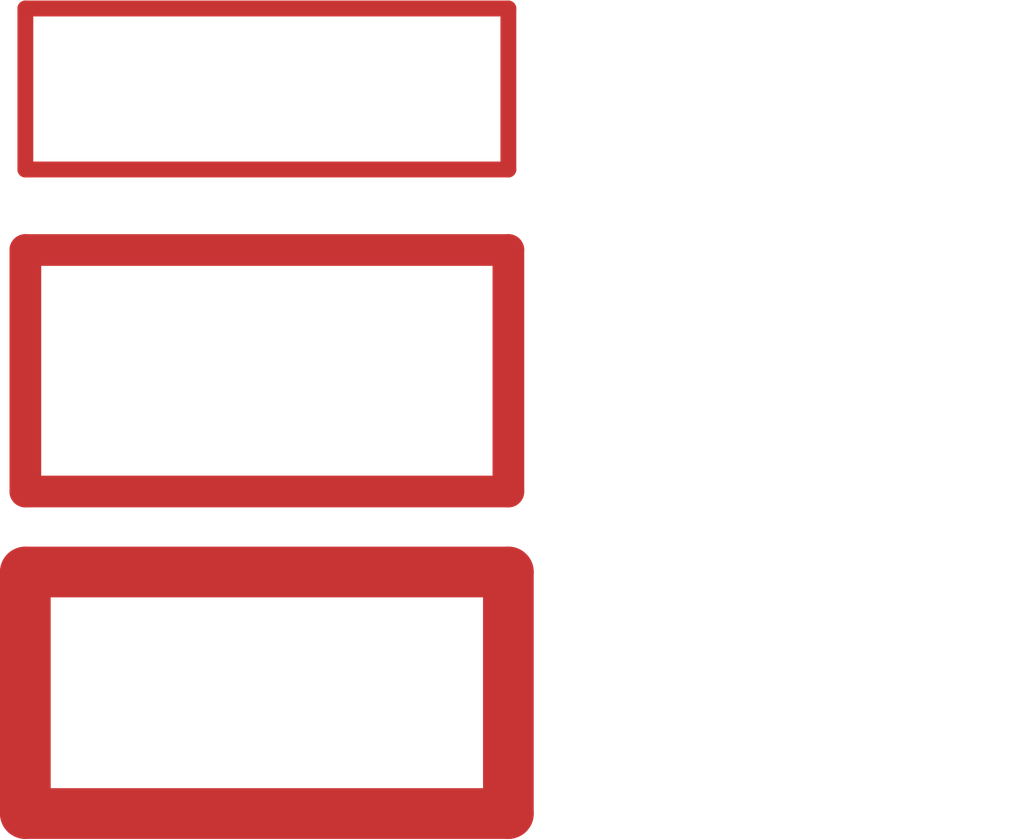
<source format=kicad_pcb>
(kicad_pcb (version 4) (host pcbnew 4.0.2-stable)

  (general
    (links 0)
    (no_connects 0)
    (area 23.529999 18.724999 39.439999 32.350002)
    (thickness 1.6)
    (drawings 3)
    (tracks 12)
    (zones 0)
    (modules 0)
    (nets 1)
  )

  (page A4)
  (layers
    (0 F.Cu signal)
    (31 B.Cu signal)
    (32 B.Adhes user)
    (33 F.Adhes user)
    (34 B.Paste user)
    (35 F.Paste user)
    (36 B.SilkS user)
    (37 F.SilkS user)
    (38 B.Mask user)
    (39 F.Mask user)
    (40 Dwgs.User user)
    (41 Cmts.User user)
    (42 Eco1.User user)
    (43 Eco2.User user)
    (44 Edge.Cuts user)
    (45 Margin user)
    (46 B.CrtYd user)
    (47 F.CrtYd user)
    (48 B.Fab user)
    (49 F.Fab user)
  )

  (setup
    (last_trace_width 0.25)
    (trace_clearance 0.2)
    (zone_clearance 0.508)
    (zone_45_only no)
    (trace_min 0.2)
    (segment_width 0.2)
    (edge_width 0.15)
    (via_size 0.6)
    (via_drill 0.4)
    (via_min_size 0.4)
    (via_min_drill 0.3)
    (uvia_size 0.3)
    (uvia_drill 0.1)
    (uvias_allowed no)
    (uvia_min_size 0.2)
    (uvia_min_drill 0.1)
    (pcb_text_width 0.3)
    (pcb_text_size 1.5 1.5)
    (mod_edge_width 0.15)
    (mod_text_size 1 1)
    (mod_text_width 0.15)
    (pad_size 1.524 1.524)
    (pad_drill 0.762)
    (pad_to_mask_clearance 0.2)
    (aux_axis_origin 0 0)
    (visible_elements FFFFFF7F)
    (pcbplotparams
      (layerselection 0x00030_80000001)
      (usegerberextensions false)
      (excludeedgelayer true)
      (linewidth 0.100000)
      (plotframeref false)
      (viasonmask false)
      (mode 1)
      (useauxorigin false)
      (hpglpennumber 1)
      (hpglpenspeed 20)
      (hpglpendiameter 15)
      (hpglpenoverlay 2)
      (psnegative false)
      (psa4output false)
      (plotreference true)
      (plotvalue true)
      (plotinvisibletext false)
      (padsonsilk false)
      (subtractmaskfromsilk false)
      (outputformat 1)
      (mirror false)
      (drillshape 0)
      (scaleselection 1)
      (outputdirectory ""))
  )

  (net 0 "")

  (net_class Default "This is the default net class."
    (clearance 0.2)
    (trace_width 0.25)
    (via_dia 0.6)
    (via_drill 0.4)
    (uvia_dia 0.3)
    (uvia_drill 0.1)
  )

  (gr_text "0.6\n" (at 25.4 22.86) (layer Dwgs.User)
    (effects (font (size 1.5 1.5) (thickness 0.3)))
  )
  (gr_text 0.5 (at 25.4 19.05) (layer Dwgs.User)
    (effects (font (size 1.5 1.5) (thickness 0.3)))
  )
  (gr_text 0.25 (at 22.86 13.97) (layer Dwgs.User)
    (effects (font (size 1.5 1.5) (thickness 0.3)) (justify left))
  )

  (segment (start 20.32 15.24) (end 12.7 15.24) (width 0.25) (layer F.Cu) (net 0))
  (segment (start 20.32 12.7) (end 20.32 15.24) (width 0.25) (layer F.Cu) (net 0))
  (segment (start 12.7 12.7) (end 20.32 12.7) (width 0.25) (layer F.Cu) (net 0))
  (segment (start 12.7 15.24) (end 12.7 12.7) (width 0.25) (layer F.Cu) (net 0))
  (segment (start 12.7 25.4) (end 12.7 21.59) (width 0.8) (layer F.Cu) (net 0))
  (segment (start 20.32 25.4) (end 12.7 25.4) (width 0.8) (layer F.Cu) (net 0))
  (segment (start 20.32 21.59) (end 20.32 25.4) (width 0.8) (layer F.Cu) (net 0))
  (segment (start 12.7 21.59) (end 20.32 21.59) (width 0.8) (layer F.Cu) (net 0))
  (segment (start 12.7 20.32) (end 12.7 16.51) (width 0.5) (layer F.Cu) (net 0))
  (segment (start 20.32 20.32) (end 12.7 20.32) (width 0.5) (layer F.Cu) (net 0))
  (segment (start 20.32 16.51) (end 20.32 20.32) (width 0.5) (layer F.Cu) (net 0))
  (segment (start 12.7 16.51) (end 20.32 16.51) (width 0.5) (layer F.Cu) (net 0))

)

</source>
